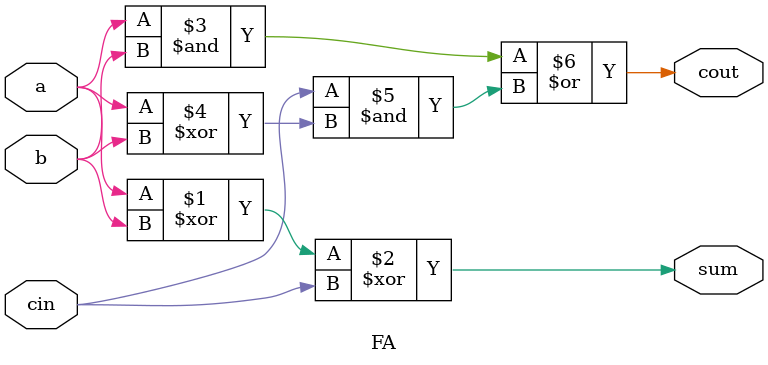
<source format=v>
module Adder #(parameter Width = 32) (

input [Width-1:0] a, b,
input cin,
output [Width-1:0] sum,
output cout

);

wire [Width-1:0] co;
FA f0 (a[0], b[0], cin, sum[0], co[0]);

generate

genvar i;

for (i=1; i<Width; i=i+1)
begin : multi_adder

FA f1 (a[i], b[i], co[i-1], sum[i], co[i]);

end

endgenerate

assign cout = co[Width-1];

endmodule

module FA (

input a, b, cin,
output sum, cout

);

assign sum = a ^ b ^ cin;
assign cout = (a & b) | cin & (a ^ b);

endmodule 
</source>
